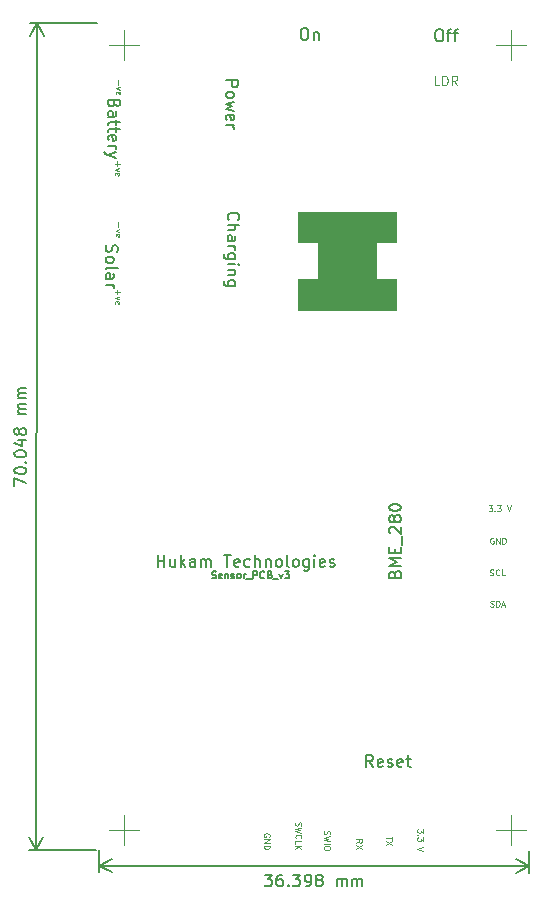
<source format=gbr>
G04 #@! TF.GenerationSoftware,KiCad,Pcbnew,5.1.6-c6e7f7d~87~ubuntu18.04.1*
G04 #@! TF.CreationDate,2020-11-02T00:43:46+05:30*
G04 #@! TF.ProjectId,Sensor_pcb_v3,53656e73-6f72-45f7-9063-625f76332e6b,rev?*
G04 #@! TF.SameCoordinates,Original*
G04 #@! TF.FileFunction,OtherDrawing,Comment*
%FSLAX46Y46*%
G04 Gerber Fmt 4.6, Leading zero omitted, Abs format (unit mm)*
G04 Created by KiCad (PCBNEW 5.1.6-c6e7f7d~87~ubuntu18.04.1) date 2020-11-02 00:43:46*
%MOMM*%
%LPD*%
G01*
G04 APERTURE LIST*
%ADD10C,0.150000*%
%ADD11C,0.080000*%
%ADD12C,0.100000*%
%ADD13C,0.050000*%
%ADD14C,0.200000*%
%ADD15C,0.010000*%
G04 APERTURE END LIST*
D10*
X37316207Y-91578684D02*
X37935255Y-91579289D01*
X37601549Y-91959915D01*
X37744406Y-91960055D01*
X37839598Y-92007767D01*
X37887170Y-92055432D01*
X37934696Y-92150717D01*
X37934464Y-92388812D01*
X37886752Y-92484003D01*
X37839086Y-92531576D01*
X37743802Y-92579102D01*
X37458087Y-92578823D01*
X37362896Y-92531111D01*
X37315323Y-92483445D01*
X38792397Y-91580126D02*
X38601921Y-91579940D01*
X38506636Y-91627466D01*
X38458971Y-91675038D01*
X38363593Y-91817802D01*
X38315788Y-92008232D01*
X38315416Y-92389184D01*
X38362942Y-92484469D01*
X38410514Y-92532134D01*
X38505706Y-92579846D01*
X38696182Y-92580032D01*
X38791467Y-92532506D01*
X38839132Y-92484934D01*
X38886844Y-92389742D01*
X38887077Y-92151647D01*
X38839551Y-92056363D01*
X38791978Y-92008697D01*
X38696787Y-91960985D01*
X38506311Y-91960799D01*
X38411026Y-92008325D01*
X38363361Y-92055897D01*
X38315649Y-92151089D01*
X39315322Y-92485399D02*
X39362895Y-92533065D01*
X39315229Y-92580637D01*
X39267657Y-92532972D01*
X39315322Y-92485399D01*
X39315229Y-92580637D01*
X39697159Y-91581010D02*
X40316206Y-91581615D01*
X39982501Y-91962241D01*
X40125358Y-91962381D01*
X40220549Y-92010093D01*
X40268122Y-92057758D01*
X40315648Y-92153043D01*
X40315415Y-92391138D01*
X40267703Y-92486330D01*
X40220037Y-92533902D01*
X40124753Y-92581428D01*
X39839039Y-92581149D01*
X39743847Y-92533437D01*
X39696275Y-92485771D01*
X40791419Y-92582079D02*
X40981895Y-92582265D01*
X41077180Y-92534740D01*
X41124845Y-92487167D01*
X41220223Y-92344403D01*
X41268028Y-92153973D01*
X41268400Y-91773021D01*
X41220874Y-91677737D01*
X41173302Y-91630071D01*
X41078110Y-91582359D01*
X40887634Y-91582173D01*
X40792350Y-91629699D01*
X40744684Y-91677271D01*
X40696972Y-91772463D01*
X40696739Y-92010558D01*
X40744265Y-92105843D01*
X40791838Y-92153508D01*
X40887029Y-92201220D01*
X41077505Y-92201406D01*
X41172790Y-92153880D01*
X41220456Y-92106308D01*
X41268168Y-92011116D01*
X41839596Y-92011675D02*
X41744404Y-91963963D01*
X41696832Y-91916297D01*
X41649306Y-91821012D01*
X41649352Y-91773393D01*
X41697065Y-91678202D01*
X41744730Y-91630629D01*
X41840015Y-91583103D01*
X42030491Y-91583289D01*
X42125682Y-91631002D01*
X42173255Y-91678667D01*
X42220781Y-91773952D01*
X42220734Y-91821571D01*
X42173022Y-91916762D01*
X42125357Y-91964335D01*
X42030072Y-92011861D01*
X41839596Y-92011675D01*
X41744311Y-92059201D01*
X41696646Y-92106773D01*
X41648934Y-92201965D01*
X41648748Y-92392441D01*
X41696274Y-92487725D01*
X41743846Y-92535391D01*
X41839038Y-92583103D01*
X42029514Y-92583289D01*
X42124798Y-92535763D01*
X42172464Y-92488191D01*
X42220176Y-92392999D01*
X42220362Y-92202523D01*
X42172836Y-92107238D01*
X42125264Y-92059573D01*
X42030072Y-92011861D01*
X43410466Y-92584638D02*
X43411117Y-91917972D01*
X43411024Y-92013210D02*
X43458689Y-91965637D01*
X43553974Y-91918111D01*
X43696831Y-91918251D01*
X43792023Y-91965963D01*
X43839549Y-92061248D01*
X43839037Y-92585057D01*
X43839549Y-92061248D02*
X43887261Y-91966056D01*
X43982545Y-91918530D01*
X44125402Y-91918670D01*
X44220594Y-91966382D01*
X44268120Y-92061666D01*
X44267608Y-92585476D01*
X44743798Y-92585941D02*
X44744450Y-91919274D01*
X44744356Y-92014512D02*
X44792022Y-91966940D01*
X44887307Y-91919414D01*
X45030164Y-91919554D01*
X45125355Y-91967266D01*
X45172881Y-92062550D01*
X45172369Y-92586359D01*
X45172881Y-92062550D02*
X45220593Y-91967359D01*
X45315878Y-91919833D01*
X45458735Y-91919972D01*
X45553926Y-91967684D01*
X45601452Y-92062969D01*
X45600941Y-92586778D01*
X23308317Y-90812618D02*
X59706517Y-90848178D01*
X23309580Y-89519760D02*
X23307744Y-91399039D01*
X59707780Y-89555320D02*
X59705944Y-91434599D01*
X59706517Y-90848178D02*
X58579441Y-91433498D01*
X59706517Y-90848178D02*
X58580587Y-90260657D01*
X23308317Y-90812618D02*
X24434247Y-91400139D01*
X23308317Y-90812618D02*
X24435393Y-90227298D01*
D11*
X45062009Y-88880166D02*
X45300104Y-88713500D01*
X45062009Y-88594452D02*
X45562009Y-88594452D01*
X45562009Y-88784928D01*
X45538200Y-88832547D01*
X45514390Y-88856357D01*
X45466771Y-88880166D01*
X45395342Y-88880166D01*
X45347723Y-88856357D01*
X45323914Y-88832547D01*
X45300104Y-88784928D01*
X45300104Y-88594452D01*
X45562009Y-89046833D02*
X45062009Y-89380166D01*
X45562009Y-89380166D02*
X45062009Y-89046833D01*
X48079149Y-88371727D02*
X48079149Y-88657441D01*
X47579149Y-88514584D02*
X48079149Y-88514584D01*
X48079149Y-88776489D02*
X47579149Y-89109822D01*
X48079149Y-89109822D02*
X47579149Y-88776489D01*
D10*
X34275757Y-36153720D02*
X34228138Y-36106100D01*
X34180519Y-35963243D01*
X34180519Y-35868005D01*
X34228138Y-35725148D01*
X34323376Y-35629910D01*
X34418614Y-35582291D01*
X34609090Y-35534672D01*
X34751947Y-35534672D01*
X34942423Y-35582291D01*
X35037661Y-35629910D01*
X35132900Y-35725148D01*
X35180519Y-35868005D01*
X35180519Y-35963243D01*
X35132900Y-36106100D01*
X35085280Y-36153720D01*
X34180519Y-36582291D02*
X35180519Y-36582291D01*
X34180519Y-37010862D02*
X34704328Y-37010862D01*
X34799566Y-36963243D01*
X34847185Y-36868005D01*
X34847185Y-36725148D01*
X34799566Y-36629910D01*
X34751947Y-36582291D01*
X34180519Y-37915624D02*
X34704328Y-37915624D01*
X34799566Y-37868005D01*
X34847185Y-37772767D01*
X34847185Y-37582291D01*
X34799566Y-37487053D01*
X34228138Y-37915624D02*
X34180519Y-37820386D01*
X34180519Y-37582291D01*
X34228138Y-37487053D01*
X34323376Y-37439434D01*
X34418614Y-37439434D01*
X34513852Y-37487053D01*
X34561471Y-37582291D01*
X34561471Y-37820386D01*
X34609090Y-37915624D01*
X34180519Y-38391815D02*
X34847185Y-38391815D01*
X34656709Y-38391815D02*
X34751947Y-38439434D01*
X34799566Y-38487053D01*
X34847185Y-38582291D01*
X34847185Y-38677529D01*
X34847185Y-39439434D02*
X34037661Y-39439434D01*
X33942423Y-39391815D01*
X33894804Y-39344196D01*
X33847185Y-39248958D01*
X33847185Y-39106100D01*
X33894804Y-39010862D01*
X34228138Y-39439434D02*
X34180519Y-39344196D01*
X34180519Y-39153720D01*
X34228138Y-39058481D01*
X34275757Y-39010862D01*
X34370995Y-38963243D01*
X34656709Y-38963243D01*
X34751947Y-39010862D01*
X34799566Y-39058481D01*
X34847185Y-39153720D01*
X34847185Y-39344196D01*
X34799566Y-39439434D01*
X34180519Y-39915624D02*
X34847185Y-39915624D01*
X35180519Y-39915624D02*
X35132900Y-39868005D01*
X35085280Y-39915624D01*
X35132900Y-39963243D01*
X35180519Y-39915624D01*
X35085280Y-39915624D01*
X34847185Y-40391815D02*
X34180519Y-40391815D01*
X34751947Y-40391815D02*
X34799566Y-40439434D01*
X34847185Y-40534672D01*
X34847185Y-40677529D01*
X34799566Y-40772767D01*
X34704328Y-40820386D01*
X34180519Y-40820386D01*
X34847185Y-41725148D02*
X34037661Y-41725148D01*
X33942423Y-41677529D01*
X33894804Y-41629910D01*
X33847185Y-41534672D01*
X33847185Y-41391815D01*
X33894804Y-41296577D01*
X34228138Y-41725148D02*
X34180519Y-41629910D01*
X34180519Y-41439434D01*
X34228138Y-41344196D01*
X34275757Y-41296577D01*
X34370995Y-41248958D01*
X34656709Y-41248958D01*
X34751947Y-41296577D01*
X34799566Y-41344196D01*
X34847185Y-41439434D01*
X34847185Y-41629910D01*
X34799566Y-41725148D01*
D12*
X52101819Y-24733204D02*
X51720866Y-24733204D01*
X51720866Y-23933204D01*
X52368485Y-24733204D02*
X52368485Y-23933204D01*
X52558961Y-23933204D01*
X52673247Y-23971300D01*
X52749438Y-24047490D01*
X52787533Y-24123680D01*
X52825628Y-24276061D01*
X52825628Y-24390347D01*
X52787533Y-24542728D01*
X52749438Y-24618919D01*
X52673247Y-24695109D01*
X52558961Y-24733204D01*
X52368485Y-24733204D01*
X53625628Y-24733204D02*
X53358961Y-24352252D01*
X53168485Y-24733204D02*
X53168485Y-23933204D01*
X53473247Y-23933204D01*
X53549438Y-23971300D01*
X53587533Y-24009395D01*
X53625628Y-24085585D01*
X53625628Y-24199871D01*
X53587533Y-24276061D01*
X53549438Y-24314157D01*
X53473247Y-24352252D01*
X53168485Y-24352252D01*
D13*
X24841045Y-42079301D02*
X24841045Y-42460254D01*
X24650569Y-42269778D02*
X25031521Y-42269778D01*
X24983902Y-42650730D02*
X24650569Y-42769778D01*
X24983902Y-42888825D01*
X24674379Y-43269778D02*
X24650569Y-43222159D01*
X24650569Y-43126920D01*
X24674379Y-43079301D01*
X24721998Y-43055492D01*
X24912474Y-43055492D01*
X24960093Y-43079301D01*
X24983902Y-43126920D01*
X24983902Y-43222159D01*
X24960093Y-43269778D01*
X24912474Y-43293587D01*
X24864855Y-43293587D01*
X24817236Y-43055492D01*
X24881685Y-36361761D02*
X24881685Y-36742714D01*
X25024542Y-36933190D02*
X24691209Y-37052238D01*
X25024542Y-37171285D01*
X24715019Y-37552238D02*
X24691209Y-37504619D01*
X24691209Y-37409380D01*
X24715019Y-37361761D01*
X24762638Y-37337952D01*
X24953114Y-37337952D01*
X25000733Y-37361761D01*
X25024542Y-37409380D01*
X25024542Y-37504619D01*
X25000733Y-37552238D01*
X24953114Y-37576047D01*
X24905495Y-37576047D01*
X24857876Y-37337952D01*
D10*
X23925898Y-38298975D02*
X23878279Y-38441832D01*
X23878279Y-38679927D01*
X23925898Y-38775165D01*
X23973517Y-38822784D01*
X24068755Y-38870403D01*
X24163993Y-38870403D01*
X24259231Y-38822784D01*
X24306850Y-38775165D01*
X24354469Y-38679927D01*
X24402088Y-38489451D01*
X24449707Y-38394213D01*
X24497326Y-38346594D01*
X24592564Y-38298975D01*
X24687802Y-38298975D01*
X24783040Y-38346594D01*
X24830660Y-38394213D01*
X24878279Y-38489451D01*
X24878279Y-38727546D01*
X24830660Y-38870403D01*
X23878279Y-39441832D02*
X23925898Y-39346594D01*
X23973517Y-39298975D01*
X24068755Y-39251356D01*
X24354469Y-39251356D01*
X24449707Y-39298975D01*
X24497326Y-39346594D01*
X24544945Y-39441832D01*
X24544945Y-39584689D01*
X24497326Y-39679927D01*
X24449707Y-39727546D01*
X24354469Y-39775165D01*
X24068755Y-39775165D01*
X23973517Y-39727546D01*
X23925898Y-39679927D01*
X23878279Y-39584689D01*
X23878279Y-39441832D01*
X23878279Y-40346594D02*
X23925898Y-40251356D01*
X24021136Y-40203737D01*
X24878279Y-40203737D01*
X23878279Y-41156118D02*
X24402088Y-41156118D01*
X24497326Y-41108499D01*
X24544945Y-41013260D01*
X24544945Y-40822784D01*
X24497326Y-40727546D01*
X23925898Y-41156118D02*
X23878279Y-41060880D01*
X23878279Y-40822784D01*
X23925898Y-40727546D01*
X24021136Y-40679927D01*
X24116374Y-40679927D01*
X24211612Y-40727546D01*
X24259231Y-40822784D01*
X24259231Y-41060880D01*
X24306850Y-41156118D01*
X23878279Y-41632308D02*
X24544945Y-41632308D01*
X24354469Y-41632308D02*
X24449707Y-41679927D01*
X24497326Y-41727546D01*
X24544945Y-41822784D01*
X24544945Y-41918022D01*
D13*
X24856285Y-31200481D02*
X24856285Y-31581434D01*
X24665809Y-31390958D02*
X25046761Y-31390958D01*
X24999142Y-31771910D02*
X24665809Y-31890958D01*
X24999142Y-32010005D01*
X24689619Y-32390958D02*
X24665809Y-32343339D01*
X24665809Y-32248100D01*
X24689619Y-32200481D01*
X24737238Y-32176672D01*
X24927714Y-32176672D01*
X24975333Y-32200481D01*
X24999142Y-32248100D01*
X24999142Y-32343339D01*
X24975333Y-32390958D01*
X24927714Y-32414767D01*
X24880095Y-32414767D01*
X24832476Y-32176672D01*
D10*
X16123386Y-58668931D02*
X16124304Y-58002265D01*
X17123713Y-58432214D01*
X16125092Y-57430837D02*
X16125223Y-57335599D01*
X16172973Y-57240427D01*
X16220658Y-57192873D01*
X16315962Y-57145386D01*
X16506503Y-57098029D01*
X16744598Y-57098357D01*
X16935009Y-57146239D01*
X17030181Y-57193989D01*
X17077734Y-57241673D01*
X17125222Y-57336977D01*
X17125091Y-57432215D01*
X17077341Y-57527387D01*
X17029656Y-57574941D01*
X16934352Y-57622429D01*
X16743811Y-57669785D01*
X16505716Y-57669457D01*
X16315305Y-57621576D01*
X16220133Y-57573825D01*
X16172580Y-57526141D01*
X16125092Y-57430837D01*
X17030903Y-56670180D02*
X17078587Y-56622626D01*
X17126141Y-56670311D01*
X17078456Y-56717864D01*
X17030903Y-56670180D01*
X17126141Y-56670311D01*
X16127060Y-56002267D02*
X16127192Y-55907029D01*
X16174942Y-55811857D01*
X16222626Y-55764303D01*
X16317930Y-55716815D01*
X16508472Y-55669459D01*
X16746567Y-55669787D01*
X16936977Y-55717668D01*
X17032149Y-55765419D01*
X17079703Y-55813103D01*
X17127191Y-55908407D01*
X17127059Y-56003645D01*
X17079309Y-56098817D01*
X17031625Y-56146371D01*
X16936321Y-56193858D01*
X16745779Y-56241215D01*
X16507684Y-56240887D01*
X16317274Y-56193005D01*
X16222101Y-56145255D01*
X16174548Y-56097571D01*
X16127060Y-56002267D01*
X16462034Y-54812251D02*
X17128700Y-54813170D01*
X16080754Y-55049821D02*
X16794711Y-55288901D01*
X16795564Y-54669854D01*
X16558190Y-54145716D02*
X16510440Y-54240889D01*
X16462755Y-54288442D01*
X16367452Y-54335930D01*
X16319833Y-54335864D01*
X16224660Y-54288114D01*
X16177107Y-54240430D01*
X16129619Y-54145126D01*
X16129882Y-53954650D01*
X16177632Y-53859478D01*
X16225317Y-53811924D01*
X16320620Y-53764436D01*
X16368239Y-53764502D01*
X16463412Y-53812252D01*
X16510965Y-53859937D01*
X16558453Y-53955240D01*
X16558190Y-54145716D01*
X16605678Y-54241020D01*
X16653231Y-54288705D01*
X16748404Y-54336455D01*
X16938880Y-54336717D01*
X17034183Y-54289230D01*
X17081868Y-54241676D01*
X17129618Y-54146504D01*
X17129881Y-53956028D01*
X17082393Y-53860724D01*
X17034840Y-53813040D01*
X16939667Y-53765289D01*
X16749191Y-53765027D01*
X16653888Y-53812515D01*
X16606203Y-53860068D01*
X16558453Y-53955240D01*
X17131784Y-52575077D02*
X16465118Y-52574158D01*
X16560356Y-52574289D02*
X16512802Y-52526605D01*
X16465314Y-52431301D01*
X16465511Y-52288444D01*
X16513261Y-52193272D01*
X16608565Y-52145784D01*
X17132374Y-52146506D01*
X16608565Y-52145784D02*
X16513393Y-52098034D01*
X16465905Y-52002730D01*
X16466102Y-51859873D01*
X16513852Y-51764701D01*
X16609156Y-51717213D01*
X17132965Y-51717935D01*
X17133621Y-51241745D02*
X16466955Y-51240826D01*
X16562193Y-51240957D02*
X16514639Y-51193273D01*
X16467152Y-51097969D01*
X16467348Y-50955112D01*
X16515099Y-50859940D01*
X16610402Y-50812452D01*
X17134211Y-50813174D01*
X16610402Y-50812452D02*
X16515230Y-50764702D01*
X16467742Y-50669398D01*
X16467939Y-50526541D01*
X16515689Y-50431369D01*
X16610993Y-50383881D01*
X17134802Y-50384603D01*
X18025038Y-19456945D02*
X17928518Y-89505065D01*
X23159720Y-19464020D02*
X17438618Y-19456137D01*
X23063200Y-89512140D02*
X17342098Y-89504257D01*
X17928518Y-89505065D02*
X17343650Y-88377754D01*
X17928518Y-89505065D02*
X18516490Y-88379370D01*
X18025038Y-19456945D02*
X17437066Y-20582640D01*
X18025038Y-19456945D02*
X18609906Y-20584256D01*
D11*
X37727700Y-88371727D02*
X37751509Y-88324108D01*
X37751509Y-88252680D01*
X37727700Y-88181251D01*
X37680080Y-88133632D01*
X37632461Y-88109822D01*
X37537223Y-88086013D01*
X37465795Y-88086013D01*
X37370557Y-88109822D01*
X37322938Y-88133632D01*
X37275319Y-88181251D01*
X37251509Y-88252680D01*
X37251509Y-88300299D01*
X37275319Y-88371727D01*
X37299128Y-88395537D01*
X37465795Y-88395537D01*
X37465795Y-88300299D01*
X37251509Y-88609822D02*
X37751509Y-88609822D01*
X37251509Y-88895537D01*
X37751509Y-88895537D01*
X37251509Y-89133632D02*
X37751509Y-89133632D01*
X37751509Y-89252680D01*
X37727700Y-89324108D01*
X37680080Y-89371727D01*
X37632461Y-89395537D01*
X37537223Y-89419346D01*
X37465795Y-89419346D01*
X37370557Y-89395537D01*
X37322938Y-89371727D01*
X37275319Y-89324108D01*
X37251509Y-89252680D01*
X37251509Y-89133632D01*
X39949939Y-87151827D02*
X39926129Y-87223256D01*
X39926129Y-87342303D01*
X39949939Y-87389922D01*
X39973748Y-87413732D01*
X40021367Y-87437541D01*
X40068986Y-87437541D01*
X40116605Y-87413732D01*
X40140415Y-87389922D01*
X40164224Y-87342303D01*
X40188034Y-87247065D01*
X40211843Y-87199446D01*
X40235653Y-87175637D01*
X40283272Y-87151827D01*
X40330891Y-87151827D01*
X40378510Y-87175637D01*
X40402320Y-87199446D01*
X40426129Y-87247065D01*
X40426129Y-87366113D01*
X40402320Y-87437541D01*
X40426129Y-87604208D02*
X39926129Y-87723256D01*
X40283272Y-87818494D01*
X39926129Y-87913732D01*
X40426129Y-88032780D01*
X39973748Y-88508970D02*
X39949939Y-88485160D01*
X39926129Y-88413732D01*
X39926129Y-88366113D01*
X39949939Y-88294684D01*
X39997558Y-88247065D01*
X40045177Y-88223256D01*
X40140415Y-88199446D01*
X40211843Y-88199446D01*
X40307081Y-88223256D01*
X40354700Y-88247065D01*
X40402320Y-88294684D01*
X40426129Y-88366113D01*
X40426129Y-88413732D01*
X40402320Y-88485160D01*
X40378510Y-88508970D01*
X39926129Y-88961351D02*
X39926129Y-88723256D01*
X40426129Y-88723256D01*
X39926129Y-89128018D02*
X40426129Y-89128018D01*
X39926129Y-89413732D02*
X40211843Y-89199446D01*
X40426129Y-89413732D02*
X40140415Y-89128018D01*
X42360399Y-87892356D02*
X42336589Y-87963784D01*
X42336589Y-88082832D01*
X42360399Y-88130451D01*
X42384208Y-88154260D01*
X42431827Y-88178070D01*
X42479446Y-88178070D01*
X42527065Y-88154260D01*
X42550875Y-88130451D01*
X42574684Y-88082832D01*
X42598494Y-87987594D01*
X42622303Y-87939975D01*
X42646113Y-87916165D01*
X42693732Y-87892356D01*
X42741351Y-87892356D01*
X42788970Y-87916165D01*
X42812780Y-87939975D01*
X42836589Y-87987594D01*
X42836589Y-88106641D01*
X42812780Y-88178070D01*
X42836589Y-88344737D02*
X42336589Y-88463784D01*
X42693732Y-88559022D01*
X42336589Y-88654260D01*
X42836589Y-88773308D01*
X42336589Y-88963784D02*
X42836589Y-88963784D01*
X42836589Y-89297118D02*
X42836589Y-89392356D01*
X42812780Y-89439975D01*
X42765160Y-89487594D01*
X42669922Y-89511403D01*
X42503256Y-89511403D01*
X42408018Y-89487594D01*
X42360399Y-89439975D01*
X42336589Y-89392356D01*
X42336589Y-89297118D01*
X42360399Y-89249499D01*
X42408018Y-89201880D01*
X42503256Y-89178070D01*
X42669922Y-89178070D01*
X42765160Y-89201880D01*
X42812780Y-89249499D01*
X42836589Y-89297118D01*
X50751229Y-87719968D02*
X50751229Y-88029492D01*
X50560753Y-87862825D01*
X50560753Y-87934254D01*
X50536943Y-87981873D01*
X50513134Y-88005682D01*
X50465515Y-88029492D01*
X50346467Y-88029492D01*
X50298848Y-88005682D01*
X50275039Y-87981873D01*
X50251229Y-87934254D01*
X50251229Y-87791397D01*
X50275039Y-87743778D01*
X50298848Y-87719968D01*
X50298848Y-88243778D02*
X50275039Y-88267587D01*
X50251229Y-88243778D01*
X50275039Y-88219968D01*
X50298848Y-88243778D01*
X50251229Y-88243778D01*
X50751229Y-88434254D02*
X50751229Y-88743778D01*
X50560753Y-88577111D01*
X50560753Y-88648540D01*
X50536943Y-88696159D01*
X50513134Y-88719968D01*
X50465515Y-88743778D01*
X50346467Y-88743778D01*
X50298848Y-88719968D01*
X50275039Y-88696159D01*
X50251229Y-88648540D01*
X50251229Y-88505682D01*
X50275039Y-88458063D01*
X50298848Y-88434254D01*
X50751229Y-89267587D02*
X50251229Y-89434254D01*
X50751229Y-89600920D01*
D14*
X40600380Y-19907000D02*
X40790857Y-19907000D01*
X40886095Y-19954620D01*
X40981333Y-20049858D01*
X41028952Y-20240334D01*
X41028952Y-20573667D01*
X40981333Y-20764143D01*
X40886095Y-20859381D01*
X40790857Y-20907000D01*
X40600380Y-20907000D01*
X40505142Y-20859381D01*
X40409904Y-20764143D01*
X40362285Y-20573667D01*
X40362285Y-20240334D01*
X40409904Y-20049858D01*
X40505142Y-19954620D01*
X40600380Y-19907000D01*
X41457523Y-20240334D02*
X41457523Y-20907000D01*
X41457523Y-20335572D02*
X41505142Y-20287953D01*
X41600380Y-20240334D01*
X41743238Y-20240334D01*
X41838476Y-20287953D01*
X41886095Y-20383191D01*
X41886095Y-20907000D01*
X52007853Y-20028920D02*
X52198329Y-20028920D01*
X52293567Y-20076540D01*
X52388805Y-20171778D01*
X52436424Y-20362254D01*
X52436424Y-20695587D01*
X52388805Y-20886063D01*
X52293567Y-20981301D01*
X52198329Y-21028920D01*
X52007853Y-21028920D01*
X51912615Y-20981301D01*
X51817377Y-20886063D01*
X51769758Y-20695587D01*
X51769758Y-20362254D01*
X51817377Y-20171778D01*
X51912615Y-20076540D01*
X52007853Y-20028920D01*
X52722139Y-20362254D02*
X53103091Y-20362254D01*
X52864996Y-21028920D02*
X52864996Y-20171778D01*
X52912615Y-20076540D01*
X53007853Y-20028920D01*
X53103091Y-20028920D01*
X53293567Y-20362254D02*
X53674520Y-20362254D01*
X53436424Y-21028920D02*
X53436424Y-20171778D01*
X53484043Y-20076540D01*
X53579281Y-20028920D01*
X53674520Y-20028920D01*
D13*
X24929945Y-24309461D02*
X24929945Y-24690414D01*
X25072802Y-24880890D02*
X24739469Y-24999938D01*
X25072802Y-25118985D01*
X24763279Y-25499938D02*
X24739469Y-25452319D01*
X24739469Y-25357080D01*
X24763279Y-25309461D01*
X24810898Y-25285652D01*
X25001374Y-25285652D01*
X25048993Y-25309461D01*
X25072802Y-25357080D01*
X25072802Y-25452319D01*
X25048993Y-25499938D01*
X25001374Y-25523747D01*
X24953755Y-25523747D01*
X24906136Y-25285652D01*
D12*
X56272228Y-60328050D02*
X56581752Y-60328050D01*
X56415085Y-60518526D01*
X56486514Y-60518526D01*
X56534133Y-60542336D01*
X56557942Y-60566145D01*
X56581752Y-60613764D01*
X56581752Y-60732812D01*
X56557942Y-60780431D01*
X56534133Y-60804240D01*
X56486514Y-60828050D01*
X56343657Y-60828050D01*
X56296038Y-60804240D01*
X56272228Y-60780431D01*
X56796038Y-60780431D02*
X56819847Y-60804240D01*
X56796038Y-60828050D01*
X56772228Y-60804240D01*
X56796038Y-60780431D01*
X56796038Y-60828050D01*
X56986514Y-60328050D02*
X57296038Y-60328050D01*
X57129371Y-60518526D01*
X57200800Y-60518526D01*
X57248419Y-60542336D01*
X57272228Y-60566145D01*
X57296038Y-60613764D01*
X57296038Y-60732812D01*
X57272228Y-60780431D01*
X57248419Y-60804240D01*
X57200800Y-60828050D01*
X57057942Y-60828050D01*
X57010323Y-60804240D01*
X56986514Y-60780431D01*
X57819847Y-60328050D02*
X57986514Y-60828050D01*
X58153180Y-60328050D01*
X56692847Y-63087440D02*
X56645228Y-63063630D01*
X56573800Y-63063630D01*
X56502371Y-63087440D01*
X56454752Y-63135059D01*
X56430942Y-63182678D01*
X56407133Y-63277916D01*
X56407133Y-63349344D01*
X56430942Y-63444582D01*
X56454752Y-63492201D01*
X56502371Y-63539820D01*
X56573800Y-63563630D01*
X56621419Y-63563630D01*
X56692847Y-63539820D01*
X56716657Y-63516011D01*
X56716657Y-63349344D01*
X56621419Y-63349344D01*
X56930942Y-63563630D02*
X56930942Y-63063630D01*
X57216657Y-63563630D01*
X57216657Y-63063630D01*
X57454752Y-63563630D02*
X57454752Y-63063630D01*
X57573800Y-63063630D01*
X57645228Y-63087440D01*
X57692847Y-63135059D01*
X57716657Y-63182678D01*
X57740466Y-63277916D01*
X57740466Y-63349344D01*
X57716657Y-63444582D01*
X57692847Y-63492201D01*
X57645228Y-63539820D01*
X57573800Y-63563630D01*
X57454752Y-63563630D01*
X56402361Y-66219520D02*
X56473790Y-66243330D01*
X56592838Y-66243330D01*
X56640457Y-66219520D01*
X56664266Y-66195711D01*
X56688076Y-66148092D01*
X56688076Y-66100473D01*
X56664266Y-66052854D01*
X56640457Y-66029044D01*
X56592838Y-66005235D01*
X56497600Y-65981425D01*
X56449980Y-65957616D01*
X56426171Y-65933806D01*
X56402361Y-65886187D01*
X56402361Y-65838568D01*
X56426171Y-65790949D01*
X56449980Y-65767140D01*
X56497600Y-65743330D01*
X56616647Y-65743330D01*
X56688076Y-65767140D01*
X57188076Y-66195711D02*
X57164266Y-66219520D01*
X57092838Y-66243330D01*
X57045219Y-66243330D01*
X56973790Y-66219520D01*
X56926171Y-66171901D01*
X56902361Y-66124282D01*
X56878552Y-66029044D01*
X56878552Y-65957616D01*
X56902361Y-65862378D01*
X56926171Y-65814759D01*
X56973790Y-65767140D01*
X57045219Y-65743330D01*
X57092838Y-65743330D01*
X57164266Y-65767140D01*
X57188076Y-65790949D01*
X57640457Y-66243330D02*
X57402361Y-66243330D01*
X57402361Y-65743330D01*
X56428557Y-68863660D02*
X56499985Y-68887470D01*
X56619033Y-68887470D01*
X56666652Y-68863660D01*
X56690461Y-68839851D01*
X56714271Y-68792232D01*
X56714271Y-68744613D01*
X56690461Y-68696994D01*
X56666652Y-68673184D01*
X56619033Y-68649375D01*
X56523795Y-68625565D01*
X56476176Y-68601756D01*
X56452366Y-68577946D01*
X56428557Y-68530327D01*
X56428557Y-68482708D01*
X56452366Y-68435089D01*
X56476176Y-68411280D01*
X56523795Y-68387470D01*
X56642842Y-68387470D01*
X56714271Y-68411280D01*
X56928557Y-68887470D02*
X56928557Y-68387470D01*
X57047604Y-68387470D01*
X57119033Y-68411280D01*
X57166652Y-68458899D01*
X57190461Y-68506518D01*
X57214271Y-68601756D01*
X57214271Y-68673184D01*
X57190461Y-68768422D01*
X57166652Y-68816041D01*
X57119033Y-68863660D01*
X57047604Y-68887470D01*
X56928557Y-68887470D01*
X57404747Y-68744613D02*
X57642842Y-68744613D01*
X57357128Y-68887470D02*
X57523795Y-68387470D01*
X57690461Y-68887470D01*
D10*
X24602748Y-26302911D02*
X24555129Y-26445768D01*
X24507510Y-26493387D01*
X24412272Y-26541006D01*
X24269415Y-26541006D01*
X24174177Y-26493387D01*
X24126558Y-26445768D01*
X24078939Y-26350530D01*
X24078939Y-25969578D01*
X25078939Y-25969578D01*
X25078939Y-26302911D01*
X25031320Y-26398149D01*
X24983700Y-26445768D01*
X24888462Y-26493387D01*
X24793224Y-26493387D01*
X24697986Y-26445768D01*
X24650367Y-26398149D01*
X24602748Y-26302911D01*
X24602748Y-25969578D01*
X24078939Y-27398149D02*
X24602748Y-27398149D01*
X24697986Y-27350530D01*
X24745605Y-27255292D01*
X24745605Y-27064816D01*
X24697986Y-26969578D01*
X24126558Y-27398149D02*
X24078939Y-27302911D01*
X24078939Y-27064816D01*
X24126558Y-26969578D01*
X24221796Y-26921959D01*
X24317034Y-26921959D01*
X24412272Y-26969578D01*
X24459891Y-27064816D01*
X24459891Y-27302911D01*
X24507510Y-27398149D01*
X24745605Y-27731482D02*
X24745605Y-28112435D01*
X25078939Y-27874340D02*
X24221796Y-27874340D01*
X24126558Y-27921959D01*
X24078939Y-28017197D01*
X24078939Y-28112435D01*
X24745605Y-28302911D02*
X24745605Y-28683863D01*
X25078939Y-28445768D02*
X24221796Y-28445768D01*
X24126558Y-28493387D01*
X24078939Y-28588625D01*
X24078939Y-28683863D01*
X24126558Y-29398149D02*
X24078939Y-29302911D01*
X24078939Y-29112435D01*
X24126558Y-29017197D01*
X24221796Y-28969578D01*
X24602748Y-28969578D01*
X24697986Y-29017197D01*
X24745605Y-29112435D01*
X24745605Y-29302911D01*
X24697986Y-29398149D01*
X24602748Y-29445768D01*
X24507510Y-29445768D01*
X24412272Y-28969578D01*
X24078939Y-29874340D02*
X24745605Y-29874340D01*
X24555129Y-29874340D02*
X24650367Y-29921959D01*
X24697986Y-29969578D01*
X24745605Y-30064816D01*
X24745605Y-30160054D01*
X24745605Y-30398149D02*
X24078939Y-30636244D01*
X24745605Y-30874340D02*
X24078939Y-30636244D01*
X23840843Y-30541006D01*
X23793224Y-30493387D01*
X23745605Y-30398149D01*
X46493584Y-82466440D02*
X46160251Y-81990250D01*
X45922156Y-82466440D02*
X45922156Y-81466440D01*
X46303108Y-81466440D01*
X46398346Y-81514060D01*
X46445965Y-81561679D01*
X46493584Y-81656917D01*
X46493584Y-81799774D01*
X46445965Y-81895012D01*
X46398346Y-81942631D01*
X46303108Y-81990250D01*
X45922156Y-81990250D01*
X47303108Y-82418821D02*
X47207870Y-82466440D01*
X47017394Y-82466440D01*
X46922156Y-82418821D01*
X46874537Y-82323583D01*
X46874537Y-81942631D01*
X46922156Y-81847393D01*
X47017394Y-81799774D01*
X47207870Y-81799774D01*
X47303108Y-81847393D01*
X47350727Y-81942631D01*
X47350727Y-82037869D01*
X46874537Y-82133107D01*
X47731680Y-82418821D02*
X47826918Y-82466440D01*
X48017394Y-82466440D01*
X48112632Y-82418821D01*
X48160251Y-82323583D01*
X48160251Y-82275964D01*
X48112632Y-82180726D01*
X48017394Y-82133107D01*
X47874537Y-82133107D01*
X47779299Y-82085488D01*
X47731680Y-81990250D01*
X47731680Y-81942631D01*
X47779299Y-81847393D01*
X47874537Y-81799774D01*
X48017394Y-81799774D01*
X48112632Y-81847393D01*
X48969775Y-82418821D02*
X48874537Y-82466440D01*
X48684060Y-82466440D01*
X48588822Y-82418821D01*
X48541203Y-82323583D01*
X48541203Y-81942631D01*
X48588822Y-81847393D01*
X48684060Y-81799774D01*
X48874537Y-81799774D01*
X48969775Y-81847393D01*
X49017394Y-81942631D01*
X49017394Y-82037869D01*
X48541203Y-82133107D01*
X49303108Y-81799774D02*
X49684060Y-81799774D01*
X49445965Y-81466440D02*
X49445965Y-82323583D01*
X49493584Y-82418821D01*
X49588822Y-82466440D01*
X49684060Y-82466440D01*
X34058599Y-24343289D02*
X35058599Y-24343289D01*
X35058599Y-24724241D01*
X35010980Y-24819479D01*
X34963360Y-24867099D01*
X34868122Y-24914718D01*
X34725265Y-24914718D01*
X34630027Y-24867099D01*
X34582408Y-24819479D01*
X34534789Y-24724241D01*
X34534789Y-24343289D01*
X34058599Y-25486146D02*
X34106218Y-25390908D01*
X34153837Y-25343289D01*
X34249075Y-25295670D01*
X34534789Y-25295670D01*
X34630027Y-25343289D01*
X34677646Y-25390908D01*
X34725265Y-25486146D01*
X34725265Y-25629003D01*
X34677646Y-25724241D01*
X34630027Y-25771860D01*
X34534789Y-25819480D01*
X34249075Y-25819480D01*
X34153837Y-25771860D01*
X34106218Y-25724241D01*
X34058599Y-25629003D01*
X34058599Y-25486146D01*
X34725265Y-26152813D02*
X34058599Y-26343289D01*
X34534789Y-26533765D01*
X34058599Y-26724241D01*
X34725265Y-26914718D01*
X34106218Y-27676622D02*
X34058599Y-27581384D01*
X34058599Y-27390908D01*
X34106218Y-27295670D01*
X34201456Y-27248051D01*
X34582408Y-27248051D01*
X34677646Y-27295670D01*
X34725265Y-27390908D01*
X34725265Y-27581384D01*
X34677646Y-27676622D01*
X34582408Y-27724241D01*
X34487170Y-27724241D01*
X34391932Y-27248051D01*
X34058599Y-28152813D02*
X34725265Y-28152813D01*
X34534789Y-28152813D02*
X34630027Y-28200432D01*
X34677646Y-28248051D01*
X34725265Y-28343289D01*
X34725265Y-28438527D01*
X32847371Y-66468277D02*
X32933085Y-66496848D01*
X33075942Y-66496848D01*
X33133085Y-66468277D01*
X33161657Y-66439705D01*
X33190228Y-66382562D01*
X33190228Y-66325420D01*
X33161657Y-66268277D01*
X33133085Y-66239705D01*
X33075942Y-66211134D01*
X32961657Y-66182562D01*
X32904514Y-66153991D01*
X32875942Y-66125420D01*
X32847371Y-66068277D01*
X32847371Y-66011134D01*
X32875942Y-65953991D01*
X32904514Y-65925420D01*
X32961657Y-65896848D01*
X33104514Y-65896848D01*
X33190228Y-65925420D01*
X33675942Y-66468277D02*
X33618800Y-66496848D01*
X33504514Y-66496848D01*
X33447371Y-66468277D01*
X33418800Y-66411134D01*
X33418800Y-66182562D01*
X33447371Y-66125420D01*
X33504514Y-66096848D01*
X33618800Y-66096848D01*
X33675942Y-66125420D01*
X33704514Y-66182562D01*
X33704514Y-66239705D01*
X33418800Y-66296848D01*
X33961657Y-66096848D02*
X33961657Y-66496848D01*
X33961657Y-66153991D02*
X33990228Y-66125420D01*
X34047371Y-66096848D01*
X34133085Y-66096848D01*
X34190228Y-66125420D01*
X34218800Y-66182562D01*
X34218800Y-66496848D01*
X34475942Y-66468277D02*
X34533085Y-66496848D01*
X34647371Y-66496848D01*
X34704514Y-66468277D01*
X34733085Y-66411134D01*
X34733085Y-66382562D01*
X34704514Y-66325420D01*
X34647371Y-66296848D01*
X34561657Y-66296848D01*
X34504514Y-66268277D01*
X34475942Y-66211134D01*
X34475942Y-66182562D01*
X34504514Y-66125420D01*
X34561657Y-66096848D01*
X34647371Y-66096848D01*
X34704514Y-66125420D01*
X35075942Y-66496848D02*
X35018800Y-66468277D01*
X34990228Y-66439705D01*
X34961657Y-66382562D01*
X34961657Y-66211134D01*
X34990228Y-66153991D01*
X35018800Y-66125420D01*
X35075942Y-66096848D01*
X35161657Y-66096848D01*
X35218800Y-66125420D01*
X35247371Y-66153991D01*
X35275942Y-66211134D01*
X35275942Y-66382562D01*
X35247371Y-66439705D01*
X35218800Y-66468277D01*
X35161657Y-66496848D01*
X35075942Y-66496848D01*
X35533085Y-66496848D02*
X35533085Y-66096848D01*
X35533085Y-66211134D02*
X35561657Y-66153991D01*
X35590228Y-66125420D01*
X35647371Y-66096848D01*
X35704514Y-66096848D01*
X35761657Y-66553991D02*
X36218800Y-66553991D01*
X36361657Y-66496848D02*
X36361657Y-65896848D01*
X36590228Y-65896848D01*
X36647371Y-65925420D01*
X36675942Y-65953991D01*
X36704514Y-66011134D01*
X36704514Y-66096848D01*
X36675942Y-66153991D01*
X36647371Y-66182562D01*
X36590228Y-66211134D01*
X36361657Y-66211134D01*
X37304514Y-66439705D02*
X37275942Y-66468277D01*
X37190228Y-66496848D01*
X37133085Y-66496848D01*
X37047371Y-66468277D01*
X36990228Y-66411134D01*
X36961657Y-66353991D01*
X36933085Y-66239705D01*
X36933085Y-66153991D01*
X36961657Y-66039705D01*
X36990228Y-65982562D01*
X37047371Y-65925420D01*
X37133085Y-65896848D01*
X37190228Y-65896848D01*
X37275942Y-65925420D01*
X37304514Y-65953991D01*
X37761657Y-66182562D02*
X37847371Y-66211134D01*
X37875942Y-66239705D01*
X37904514Y-66296848D01*
X37904514Y-66382562D01*
X37875942Y-66439705D01*
X37847371Y-66468277D01*
X37790228Y-66496848D01*
X37561657Y-66496848D01*
X37561657Y-65896848D01*
X37761657Y-65896848D01*
X37818800Y-65925420D01*
X37847371Y-65953991D01*
X37875942Y-66011134D01*
X37875942Y-66068277D01*
X37847371Y-66125420D01*
X37818800Y-66153991D01*
X37761657Y-66182562D01*
X37561657Y-66182562D01*
X38018800Y-66553991D02*
X38475942Y-66553991D01*
X38561657Y-66096848D02*
X38704514Y-66496848D01*
X38847371Y-66096848D01*
X39018800Y-65896848D02*
X39390228Y-65896848D01*
X39190228Y-66125420D01*
X39275942Y-66125420D01*
X39333085Y-66153991D01*
X39361657Y-66182562D01*
X39390228Y-66239705D01*
X39390228Y-66382562D01*
X39361657Y-66439705D01*
X39333085Y-66468277D01*
X39275942Y-66496848D01*
X39104514Y-66496848D01*
X39047371Y-66468277D01*
X39018800Y-66439705D01*
D14*
X28248909Y-65527180D02*
X28248909Y-64527180D01*
X28248909Y-65003371D02*
X28820338Y-65003371D01*
X28820338Y-65527180D02*
X28820338Y-64527180D01*
X29725099Y-64860514D02*
X29725099Y-65527180D01*
X29296528Y-64860514D02*
X29296528Y-65384323D01*
X29344147Y-65479561D01*
X29439385Y-65527180D01*
X29582242Y-65527180D01*
X29677480Y-65479561D01*
X29725099Y-65431942D01*
X30201290Y-65527180D02*
X30201290Y-64527180D01*
X30296528Y-65146228D02*
X30582242Y-65527180D01*
X30582242Y-64860514D02*
X30201290Y-65241466D01*
X31439385Y-65527180D02*
X31439385Y-65003371D01*
X31391766Y-64908133D01*
X31296528Y-64860514D01*
X31106052Y-64860514D01*
X31010814Y-64908133D01*
X31439385Y-65479561D02*
X31344147Y-65527180D01*
X31106052Y-65527180D01*
X31010814Y-65479561D01*
X30963195Y-65384323D01*
X30963195Y-65289085D01*
X31010814Y-65193847D01*
X31106052Y-65146228D01*
X31344147Y-65146228D01*
X31439385Y-65098609D01*
X31915576Y-65527180D02*
X31915576Y-64860514D01*
X31915576Y-64955752D02*
X31963195Y-64908133D01*
X32058433Y-64860514D01*
X32201290Y-64860514D01*
X32296528Y-64908133D01*
X32344147Y-65003371D01*
X32344147Y-65527180D01*
X32344147Y-65003371D02*
X32391766Y-64908133D01*
X32487004Y-64860514D01*
X32629861Y-64860514D01*
X32725099Y-64908133D01*
X32772719Y-65003371D01*
X32772719Y-65527180D01*
X33867957Y-64527180D02*
X34439385Y-64527180D01*
X34153671Y-65527180D02*
X34153671Y-64527180D01*
X35153671Y-65479561D02*
X35058433Y-65527180D01*
X34867957Y-65527180D01*
X34772719Y-65479561D01*
X34725100Y-65384323D01*
X34725100Y-65003371D01*
X34772719Y-64908133D01*
X34867957Y-64860514D01*
X35058433Y-64860514D01*
X35153671Y-64908133D01*
X35201290Y-65003371D01*
X35201290Y-65098609D01*
X34725100Y-65193847D01*
X36058433Y-65479561D02*
X35963195Y-65527180D01*
X35772719Y-65527180D01*
X35677480Y-65479561D01*
X35629861Y-65431942D01*
X35582242Y-65336704D01*
X35582242Y-65050990D01*
X35629861Y-64955752D01*
X35677480Y-64908133D01*
X35772719Y-64860514D01*
X35963195Y-64860514D01*
X36058433Y-64908133D01*
X36487004Y-65527180D02*
X36487004Y-64527180D01*
X36915576Y-65527180D02*
X36915576Y-65003371D01*
X36867957Y-64908133D01*
X36772719Y-64860514D01*
X36629861Y-64860514D01*
X36534623Y-64908133D01*
X36487004Y-64955752D01*
X37391766Y-64860514D02*
X37391766Y-65527180D01*
X37391766Y-64955752D02*
X37439385Y-64908133D01*
X37534623Y-64860514D01*
X37677480Y-64860514D01*
X37772719Y-64908133D01*
X37820338Y-65003371D01*
X37820338Y-65527180D01*
X38439385Y-65527180D02*
X38344147Y-65479561D01*
X38296528Y-65431942D01*
X38248909Y-65336704D01*
X38248909Y-65050990D01*
X38296528Y-64955752D01*
X38344147Y-64908133D01*
X38439385Y-64860514D01*
X38582242Y-64860514D01*
X38677480Y-64908133D01*
X38725100Y-64955752D01*
X38772719Y-65050990D01*
X38772719Y-65336704D01*
X38725100Y-65431942D01*
X38677480Y-65479561D01*
X38582242Y-65527180D01*
X38439385Y-65527180D01*
X39344147Y-65527180D02*
X39248909Y-65479561D01*
X39201290Y-65384323D01*
X39201290Y-64527180D01*
X39867957Y-65527180D02*
X39772719Y-65479561D01*
X39725100Y-65431942D01*
X39677480Y-65336704D01*
X39677480Y-65050990D01*
X39725100Y-64955752D01*
X39772719Y-64908133D01*
X39867957Y-64860514D01*
X40010814Y-64860514D01*
X40106052Y-64908133D01*
X40153671Y-64955752D01*
X40201290Y-65050990D01*
X40201290Y-65336704D01*
X40153671Y-65431942D01*
X40106052Y-65479561D01*
X40010814Y-65527180D01*
X39867957Y-65527180D01*
X41058433Y-64860514D02*
X41058433Y-65670038D01*
X41010814Y-65765276D01*
X40963195Y-65812895D01*
X40867957Y-65860514D01*
X40725100Y-65860514D01*
X40629861Y-65812895D01*
X41058433Y-65479561D02*
X40963195Y-65527180D01*
X40772719Y-65527180D01*
X40677480Y-65479561D01*
X40629861Y-65431942D01*
X40582242Y-65336704D01*
X40582242Y-65050990D01*
X40629861Y-64955752D01*
X40677480Y-64908133D01*
X40772719Y-64860514D01*
X40963195Y-64860514D01*
X41058433Y-64908133D01*
X41534623Y-65527180D02*
X41534623Y-64860514D01*
X41534623Y-64527180D02*
X41487004Y-64574800D01*
X41534623Y-64622419D01*
X41582242Y-64574800D01*
X41534623Y-64527180D01*
X41534623Y-64622419D01*
X42391766Y-65479561D02*
X42296528Y-65527180D01*
X42106052Y-65527180D01*
X42010814Y-65479561D01*
X41963195Y-65384323D01*
X41963195Y-65003371D01*
X42010814Y-64908133D01*
X42106052Y-64860514D01*
X42296528Y-64860514D01*
X42391766Y-64908133D01*
X42439385Y-65003371D01*
X42439385Y-65098609D01*
X41963195Y-65193847D01*
X42820338Y-65479561D02*
X42915576Y-65527180D01*
X43106052Y-65527180D01*
X43201290Y-65479561D01*
X43248909Y-65384323D01*
X43248909Y-65336704D01*
X43201290Y-65241466D01*
X43106052Y-65193847D01*
X42963195Y-65193847D01*
X42867957Y-65146228D01*
X42820338Y-65050990D01*
X42820338Y-65003371D01*
X42867957Y-64908133D01*
X42963195Y-64860514D01*
X43106052Y-64860514D01*
X43201290Y-64908133D01*
D13*
X58158000Y-89065100D02*
X58158000Y-86525100D01*
X56888000Y-87795100D02*
X59428000Y-87795100D01*
X24176400Y-87795100D02*
X26716400Y-87795100D01*
X25446400Y-89065100D02*
X25446400Y-86525100D01*
X24170640Y-21361400D02*
X26710640Y-21361400D01*
X25440640Y-22631400D02*
X25440640Y-20091400D01*
X58158000Y-22631400D02*
X58158000Y-20091400D01*
X56888000Y-21361400D02*
X59428000Y-21361400D01*
D15*
G36*
X40165400Y-38053700D02*
G01*
X40165400Y-35453700D01*
X48465400Y-35453700D01*
X48465400Y-38053700D01*
X46765400Y-38053700D01*
X46765400Y-41153700D01*
X48465400Y-41153700D01*
X48465400Y-43753700D01*
X40165400Y-43753700D01*
X40165400Y-41153700D01*
X41865400Y-41153700D01*
X41865400Y-38053700D01*
X40165400Y-38053700D01*
G37*
X40165400Y-38053700D02*
X40165400Y-35453700D01*
X48465400Y-35453700D01*
X48465400Y-38053700D01*
X46765400Y-38053700D01*
X46765400Y-41153700D01*
X48465400Y-41153700D01*
X48465400Y-43753700D01*
X40165400Y-43753700D01*
X40165400Y-41153700D01*
X41865400Y-41153700D01*
X41865400Y-38053700D01*
X40165400Y-38053700D01*
G36*
X40165400Y-38053700D02*
G01*
X40165400Y-35453700D01*
X48465400Y-35453700D01*
X48465400Y-38053700D01*
X46765400Y-38053700D01*
X46765400Y-41153700D01*
X48465400Y-41153700D01*
X48465400Y-43753700D01*
X40165400Y-43753700D01*
X40165400Y-41153700D01*
X41865400Y-41153700D01*
X41865400Y-38053700D01*
X40165400Y-38053700D01*
G37*
X40165400Y-38053700D02*
X40165400Y-35453700D01*
X48465400Y-35453700D01*
X48465400Y-38053700D01*
X46765400Y-38053700D01*
X46765400Y-41153700D01*
X48465400Y-41153700D01*
X48465400Y-43753700D01*
X40165400Y-43753700D01*
X40165400Y-41153700D01*
X41865400Y-41153700D01*
X41865400Y-38053700D01*
X40165400Y-38053700D01*
D10*
X48326071Y-66126004D02*
X48373690Y-65983147D01*
X48421309Y-65935528D01*
X48516547Y-65887909D01*
X48659404Y-65887909D01*
X48754642Y-65935528D01*
X48802261Y-65983147D01*
X48849880Y-66078385D01*
X48849880Y-66459338D01*
X47849880Y-66459338D01*
X47849880Y-66126004D01*
X47897500Y-66030766D01*
X47945119Y-65983147D01*
X48040357Y-65935528D01*
X48135595Y-65935528D01*
X48230833Y-65983147D01*
X48278452Y-66030766D01*
X48326071Y-66126004D01*
X48326071Y-66459338D01*
X48849880Y-65459338D02*
X47849880Y-65459338D01*
X48564166Y-65126004D01*
X47849880Y-64792671D01*
X48849880Y-64792671D01*
X48326071Y-64316480D02*
X48326071Y-63983147D01*
X48849880Y-63840290D02*
X48849880Y-64316480D01*
X47849880Y-64316480D01*
X47849880Y-63840290D01*
X48945119Y-63649814D02*
X48945119Y-62887909D01*
X47945119Y-62697433D02*
X47897500Y-62649814D01*
X47849880Y-62554576D01*
X47849880Y-62316480D01*
X47897500Y-62221242D01*
X47945119Y-62173623D01*
X48040357Y-62126004D01*
X48135595Y-62126004D01*
X48278452Y-62173623D01*
X48849880Y-62745052D01*
X48849880Y-62126004D01*
X48278452Y-61554576D02*
X48230833Y-61649814D01*
X48183214Y-61697433D01*
X48087976Y-61745052D01*
X48040357Y-61745052D01*
X47945119Y-61697433D01*
X47897500Y-61649814D01*
X47849880Y-61554576D01*
X47849880Y-61364100D01*
X47897500Y-61268861D01*
X47945119Y-61221242D01*
X48040357Y-61173623D01*
X48087976Y-61173623D01*
X48183214Y-61221242D01*
X48230833Y-61268861D01*
X48278452Y-61364100D01*
X48278452Y-61554576D01*
X48326071Y-61649814D01*
X48373690Y-61697433D01*
X48468928Y-61745052D01*
X48659404Y-61745052D01*
X48754642Y-61697433D01*
X48802261Y-61649814D01*
X48849880Y-61554576D01*
X48849880Y-61364100D01*
X48802261Y-61268861D01*
X48754642Y-61221242D01*
X48659404Y-61173623D01*
X48468928Y-61173623D01*
X48373690Y-61221242D01*
X48326071Y-61268861D01*
X48278452Y-61364100D01*
X47849880Y-60554576D02*
X47849880Y-60459338D01*
X47897500Y-60364100D01*
X47945119Y-60316480D01*
X48040357Y-60268861D01*
X48230833Y-60221242D01*
X48468928Y-60221242D01*
X48659404Y-60268861D01*
X48754642Y-60316480D01*
X48802261Y-60364100D01*
X48849880Y-60459338D01*
X48849880Y-60554576D01*
X48802261Y-60649814D01*
X48754642Y-60697433D01*
X48659404Y-60745052D01*
X48468928Y-60792671D01*
X48230833Y-60792671D01*
X48040357Y-60745052D01*
X47945119Y-60697433D01*
X47897500Y-60649814D01*
X47849880Y-60554576D01*
M02*

</source>
